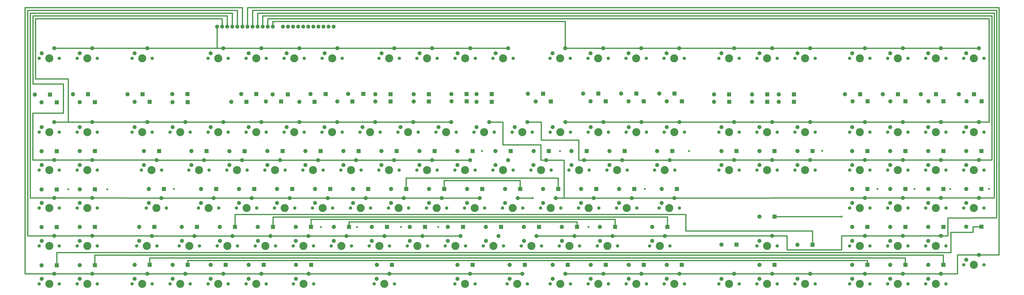
<source format=gbl>
G04 MADE WITH FRITZING*
G04 WWW.FRITZING.ORG*
G04 DOUBLE SIDED*
G04 HOLES PLATED*
G04 CONTOUR ON CENTER OF CONTOUR VECTOR*
%ASAXBY*%
%FSLAX23Y23*%
%MOIN*%
%OFA0B0*%
%SFA1.0B1.0*%
%ADD10C,0.078639*%
%ADD11C,0.158908*%
%ADD12C,0.065278*%
%ADD13C,0.082000*%
%ADD14C,0.039370*%
%ADD15C,0.078000*%
%ADD16R,0.082000X0.082000*%
%ADD17C,0.024000*%
%LNCOPPER0*%
G90*
G70*
G54D10*
X7114Y3094D03*
X7364Y3193D03*
G54D11*
X7264Y2994D03*
G54D12*
X7064Y2994D03*
X7464Y2994D03*
G54D10*
X10115Y3094D03*
X10365Y3193D03*
G54D11*
X10265Y2994D03*
G54D12*
X10065Y2994D03*
X10465Y2994D03*
G54D10*
X5614Y3094D03*
X5864Y3193D03*
G54D11*
X5764Y2994D03*
G54D12*
X5564Y2994D03*
X5964Y2994D03*
G54D10*
X12554Y3094D03*
X12804Y3193D03*
G54D11*
X12704Y2994D03*
G54D12*
X12504Y2994D03*
X12904Y2994D03*
G54D10*
X10865Y3094D03*
X11115Y3193D03*
G54D11*
X11015Y2994D03*
G54D12*
X10815Y2994D03*
X11215Y2994D03*
G54D10*
X11615Y3094D03*
X11865Y3193D03*
G54D11*
X11765Y2994D03*
G54D12*
X11565Y2994D03*
X11965Y2994D03*
G54D10*
X3365Y3094D03*
X3615Y3193D03*
G54D11*
X3515Y2994D03*
G54D12*
X3315Y2994D03*
X3715Y2994D03*
G54D10*
X5803Y2344D03*
X6053Y2443D03*
G54D11*
X5953Y2244D03*
G54D12*
X5753Y2244D03*
X6152Y2244D03*
G54D10*
X9365Y3094D03*
X9615Y3193D03*
G54D11*
X9515Y2994D03*
G54D12*
X9315Y2994D03*
X9715Y2994D03*
G54D10*
X11054Y2344D03*
X11304Y2443D03*
G54D11*
X11204Y2244D03*
G54D12*
X11004Y2244D03*
X11404Y2244D03*
G54D10*
X4865Y3094D03*
X5115Y3193D03*
G54D11*
X5015Y2994D03*
G54D12*
X4815Y2994D03*
X5215Y2994D03*
G54D10*
X6553Y2344D03*
X6803Y2443D03*
G54D11*
X6703Y2244D03*
G54D12*
X6503Y2244D03*
X6902Y2244D03*
G54D10*
X8053Y2344D03*
X8303Y2443D03*
G54D11*
X8203Y2244D03*
G54D12*
X8003Y2244D03*
X8402Y2244D03*
G54D10*
X2523Y2344D03*
X2772Y2443D03*
G54D11*
X2673Y2244D03*
G54D12*
X2473Y2244D03*
X2872Y2244D03*
G54D10*
X8803Y2344D03*
X9053Y2443D03*
G54D11*
X8953Y2244D03*
G54D12*
X8753Y2244D03*
X9152Y2244D03*
G54D10*
X11243Y3844D03*
X11493Y3944D03*
G54D11*
X11393Y3744D03*
G54D12*
X11193Y3744D03*
X11593Y3744D03*
G54D10*
X12743Y3844D03*
X12993Y3944D03*
G54D11*
X12893Y3744D03*
G54D12*
X12693Y3744D03*
X13093Y3744D03*
G54D10*
X5992Y3844D03*
X6242Y3944D03*
G54D11*
X6142Y3744D03*
G54D12*
X5942Y3744D03*
X6341Y3744D03*
G54D10*
X7864Y3094D03*
X8114Y3193D03*
G54D11*
X8014Y2994D03*
G54D12*
X7814Y2994D03*
X8214Y2994D03*
G54D10*
X7492Y3844D03*
X7742Y3944D03*
G54D11*
X7642Y3744D03*
G54D12*
X7442Y3744D03*
X7841Y3744D03*
G54D10*
X8242Y3844D03*
X8492Y3944D03*
G54D11*
X8392Y3744D03*
G54D12*
X8192Y3744D03*
X8591Y3744D03*
G54D10*
X8992Y3844D03*
X9242Y3944D03*
G54D11*
X9142Y3744D03*
G54D12*
X8942Y3744D03*
X9341Y3744D03*
G54D10*
X6742Y3844D03*
X6992Y3944D03*
G54D11*
X6892Y3744D03*
G54D12*
X6692Y3744D03*
X7091Y3744D03*
G54D10*
X11993Y3844D03*
X12243Y3944D03*
G54D11*
X12143Y3744D03*
G54D12*
X11943Y3744D03*
X12343Y3744D03*
G54D10*
X2429Y3094D03*
X2679Y3193D03*
G54D11*
X2579Y2994D03*
G54D12*
X2379Y2994D03*
X2779Y2994D03*
G54D10*
X4115Y3094D03*
X4365Y3193D03*
G54D11*
X4265Y2994D03*
G54D12*
X4065Y2994D03*
X4465Y2994D03*
G54D10*
X10493Y3844D03*
X10743Y3944D03*
G54D11*
X10643Y3744D03*
G54D12*
X10443Y3744D03*
X10843Y3744D03*
G54D10*
X8614Y3094D03*
X8864Y3193D03*
G54D11*
X8764Y2994D03*
G54D12*
X8564Y2994D03*
X8964Y2994D03*
G54D10*
X9743Y3844D03*
X9993Y3944D03*
G54D11*
X9893Y3744D03*
G54D12*
X9693Y3744D03*
X10092Y3744D03*
G54D10*
X3554Y2344D03*
X3804Y2443D03*
G54D11*
X3704Y2244D03*
G54D12*
X3504Y2244D03*
X3904Y2244D03*
G54D10*
X6364Y3094D03*
X6614Y3193D03*
G54D11*
X6514Y2994D03*
G54D12*
X6314Y2994D03*
X6714Y2994D03*
G54D10*
X11804Y2344D03*
X12054Y2443D03*
G54D11*
X11954Y2244D03*
G54D12*
X11754Y2244D03*
X12154Y2244D03*
G54D10*
X9645Y844D03*
X9895Y944D03*
G54D11*
X9795Y744D03*
G54D12*
X9595Y744D03*
X9995Y744D03*
G54D10*
X4493Y844D03*
X4743Y944D03*
G54D11*
X4643Y744D03*
G54D12*
X4443Y744D03*
X4842Y744D03*
G54D10*
X9554Y2344D03*
X9804Y2443D03*
G54D11*
X9704Y2244D03*
G54D12*
X9504Y2244D03*
X9904Y2244D03*
G54D10*
X3743Y844D03*
X3993Y944D03*
G54D11*
X3893Y744D03*
G54D12*
X3693Y744D03*
X4092Y744D03*
G54D10*
X8425Y1594D03*
X8675Y1693D03*
G54D11*
X8575Y1494D03*
G54D12*
X8375Y1494D03*
X8775Y1494D03*
G54D10*
X5425Y1594D03*
X5675Y1693D03*
G54D11*
X5575Y1494D03*
G54D12*
X5375Y1494D03*
X5775Y1494D03*
G54D10*
X2993Y844D03*
X3243Y944D03*
G54D11*
X3143Y744D03*
G54D12*
X2943Y744D03*
X3342Y744D03*
G54D10*
X10493Y844D03*
X10743Y944D03*
G54D11*
X10643Y744D03*
G54D12*
X10443Y744D03*
X10843Y744D03*
G54D10*
X8615Y844D03*
X8865Y944D03*
G54D11*
X8765Y744D03*
G54D12*
X8565Y744D03*
X8965Y744D03*
G54D10*
X5428Y844D03*
X5677Y944D03*
G54D11*
X5578Y744D03*
G54D12*
X5378Y744D03*
X5777Y744D03*
G54D10*
X11993Y844D03*
X12243Y944D03*
G54D11*
X12143Y744D03*
G54D12*
X11943Y744D03*
X12343Y744D03*
G54D10*
X11243Y844D03*
X11493Y944D03*
G54D11*
X11393Y744D03*
G54D12*
X11193Y744D03*
X11593Y744D03*
G54D10*
X2243Y844D03*
X2493Y944D03*
G54D11*
X2393Y744D03*
G54D12*
X2193Y744D03*
X2592Y744D03*
G54D10*
X12743Y844D03*
X12993Y944D03*
G54D11*
X12893Y744D03*
G54D12*
X12693Y744D03*
X13093Y744D03*
G54D10*
X7022Y844D03*
X7272Y944D03*
G54D11*
X7172Y744D03*
G54D12*
X6972Y744D03*
X7371Y744D03*
G54D10*
X11427Y1594D03*
X11676Y1693D03*
G54D11*
X11576Y1494D03*
G54D12*
X11376Y1494D03*
X11776Y1494D03*
G54D10*
X4493Y3844D03*
X4743Y3944D03*
G54D11*
X4643Y3744D03*
G54D12*
X4443Y3744D03*
X4842Y3744D03*
G54D10*
X5054Y2344D03*
X5304Y2443D03*
G54D11*
X5204Y2244D03*
G54D12*
X5004Y2244D03*
X5404Y2244D03*
G54D10*
X4677Y1594D03*
X4926Y1693D03*
G54D11*
X4826Y1494D03*
G54D12*
X4626Y1494D03*
X5026Y1494D03*
G54D10*
X10304Y2344D03*
X10554Y2443D03*
G54D11*
X10454Y2244D03*
G54D12*
X10254Y2244D03*
X10654Y2244D03*
G54D10*
X7303Y2344D03*
X7553Y2443D03*
G54D11*
X7453Y2244D03*
G54D12*
X7253Y2244D03*
X7652Y2244D03*
G54D10*
X4304Y2344D03*
X4554Y2443D03*
G54D11*
X4454Y2244D03*
G54D12*
X4254Y2244D03*
X4654Y2244D03*
G54D10*
X12645Y2344D03*
X12895Y2443D03*
G54D11*
X12795Y2244D03*
G54D12*
X12595Y2244D03*
X12995Y2244D03*
G54D10*
X6925Y1594D03*
X7175Y1693D03*
G54D11*
X7075Y1494D03*
G54D12*
X6875Y1494D03*
X7275Y1494D03*
G54D10*
X7675Y1594D03*
X7925Y1693D03*
G54D11*
X7825Y1494D03*
G54D12*
X7625Y1494D03*
X8025Y1494D03*
G54D10*
X3927Y1594D03*
X4176Y1693D03*
G54D11*
X4076Y1494D03*
G54D12*
X3876Y1494D03*
X4276Y1494D03*
G54D10*
X9927Y1594D03*
X10176Y1693D03*
G54D11*
X10076Y1494D03*
G54D12*
X9876Y1494D03*
X10276Y1494D03*
G54D10*
X2334Y1594D03*
X2583Y1693D03*
G54D11*
X2484Y1494D03*
G54D12*
X2284Y1494D03*
X2683Y1494D03*
G54D10*
X10677Y1594D03*
X10926Y1693D03*
G54D11*
X10826Y1494D03*
G54D12*
X10626Y1494D03*
X11026Y1494D03*
G54D10*
X6175Y1594D03*
X6425Y1693D03*
G54D11*
X6325Y1494D03*
G54D12*
X6125Y1494D03*
X6525Y1494D03*
G54D10*
X3177Y1594D03*
X3426Y1693D03*
G54D11*
X3326Y1494D03*
G54D12*
X3126Y1494D03*
X3526Y1494D03*
G54D10*
X12459Y1594D03*
X12709Y1693D03*
G54D11*
X12609Y1494D03*
G54D12*
X12409Y1494D03*
X12809Y1494D03*
G54D10*
X9177Y1594D03*
X9426Y1693D03*
G54D11*
X9326Y1494D03*
G54D12*
X9126Y1494D03*
X9526Y1494D03*
G54D10*
X410Y3844D03*
X659Y3944D03*
G54D11*
X560Y3744D03*
G54D12*
X360Y3744D03*
X759Y3744D03*
G54D10*
X17155Y5304D03*
X17404Y5404D03*
G54D11*
X17305Y5204D03*
G54D12*
X17105Y5204D03*
X17504Y5204D03*
G54D10*
X410Y844D03*
X659Y944D03*
G54D11*
X560Y744D03*
G54D12*
X360Y744D03*
X759Y744D03*
G54D10*
X17905Y5304D03*
X18154Y5404D03*
G54D11*
X18055Y5204D03*
G54D12*
X17855Y5204D03*
X18254Y5204D03*
G54D10*
X18655Y5304D03*
X18904Y5404D03*
G54D11*
X18805Y5204D03*
G54D12*
X18605Y5204D03*
X19004Y5204D03*
G54D10*
X15324Y5304D03*
X15573Y5404D03*
G54D11*
X15473Y5204D03*
G54D12*
X15273Y5204D03*
X15673Y5204D03*
G54D10*
X16406Y5304D03*
X16655Y5404D03*
G54D11*
X16556Y5204D03*
G54D12*
X16356Y5204D03*
X16755Y5204D03*
G54D10*
X1160Y3844D03*
X1409Y3944D03*
G54D11*
X1310Y3744D03*
G54D12*
X1110Y3744D03*
X1509Y3744D03*
G54D10*
X1160Y844D03*
X1409Y944D03*
G54D11*
X1310Y744D03*
G54D12*
X1110Y744D03*
X1509Y744D03*
G54D10*
X410Y1594D03*
X659Y1694D03*
G54D11*
X560Y1494D03*
G54D12*
X360Y1494D03*
X759Y1494D03*
G54D10*
X1160Y3094D03*
X1409Y3194D03*
G54D11*
X1310Y2994D03*
G54D12*
X1110Y2994D03*
X1509Y2994D03*
G54D10*
X1160Y1594D03*
X1409Y1694D03*
G54D11*
X1310Y1494D03*
G54D12*
X1110Y1494D03*
X1509Y1494D03*
G54D10*
X410Y2344D03*
X659Y2444D03*
G54D11*
X560Y2244D03*
G54D12*
X360Y2244D03*
X759Y2244D03*
G54D10*
X410Y3094D03*
X659Y3194D03*
G54D11*
X560Y2994D03*
G54D12*
X360Y2994D03*
X759Y2994D03*
G54D10*
X1160Y2344D03*
X1409Y2444D03*
G54D11*
X1310Y2244D03*
G54D12*
X1110Y2244D03*
X1509Y2244D03*
G54D10*
X13824Y5304D03*
X14073Y5404D03*
G54D11*
X13973Y5204D03*
G54D12*
X13773Y5204D03*
X14173Y5204D03*
G54D10*
X5993Y5304D03*
X6243Y5404D03*
G54D11*
X6143Y5204D03*
G54D12*
X5943Y5204D03*
X6342Y5204D03*
G54D10*
X4493Y5304D03*
X4743Y5404D03*
G54D11*
X4643Y5204D03*
G54D12*
X4443Y5204D03*
X4842Y5204D03*
G54D10*
X14574Y5304D03*
X14823Y5404D03*
G54D11*
X14723Y5204D03*
G54D12*
X14523Y5204D03*
X14923Y5204D03*
G54D10*
X3743Y5304D03*
X3993Y5404D03*
G54D11*
X3893Y5204D03*
G54D12*
X3693Y5204D03*
X4092Y5204D03*
G54D10*
X1160Y5304D03*
X1409Y5404D03*
G54D11*
X1310Y5204D03*
G54D12*
X1110Y5204D03*
X1509Y5204D03*
G54D10*
X410Y5304D03*
X659Y5404D03*
G54D11*
X560Y5204D03*
G54D12*
X360Y5204D03*
X759Y5204D03*
G54D10*
X2243Y5304D03*
X2493Y5404D03*
G54D11*
X2393Y5204D03*
G54D12*
X2193Y5204D03*
X2592Y5204D03*
G54D10*
X5243Y5304D03*
X5493Y5404D03*
G54D11*
X5393Y5204D03*
G54D12*
X5193Y5204D03*
X5592Y5204D03*
G54D10*
X11991Y5304D03*
X12241Y5404D03*
G54D11*
X12141Y5204D03*
G54D12*
X11941Y5204D03*
X12341Y5204D03*
G54D10*
X11241Y5304D03*
X11491Y5404D03*
G54D11*
X11391Y5204D03*
G54D12*
X11191Y5204D03*
X11591Y5204D03*
G54D10*
X7867Y5304D03*
X8116Y5404D03*
G54D11*
X8016Y5204D03*
G54D12*
X7816Y5204D03*
X8216Y5204D03*
G54D10*
X12741Y5304D03*
X12991Y5404D03*
G54D11*
X12891Y5204D03*
G54D12*
X12691Y5204D03*
X13091Y5204D03*
G54D10*
X10492Y5304D03*
X10742Y5404D03*
G54D11*
X10642Y5204D03*
G54D12*
X10442Y5204D03*
X10842Y5204D03*
G54D10*
X7118Y5304D03*
X7367Y5404D03*
G54D11*
X7268Y5204D03*
G54D12*
X7068Y5204D03*
X7467Y5204D03*
G54D10*
X8618Y5304D03*
X8867Y5404D03*
G54D11*
X8768Y5204D03*
G54D12*
X8568Y5204D03*
X8967Y5204D03*
G54D10*
X9367Y5304D03*
X9616Y5404D03*
G54D11*
X9516Y5204D03*
G54D12*
X9316Y5204D03*
X9716Y5204D03*
G54D10*
X3743Y3844D03*
X3993Y3944D03*
G54D11*
X3893Y3744D03*
G54D12*
X3693Y3744D03*
X4092Y3744D03*
G54D10*
X18655Y2345D03*
X18904Y2445D03*
G54D11*
X18805Y2245D03*
G54D12*
X18605Y2245D03*
X19004Y2245D03*
G54D10*
X17155Y1595D03*
X17404Y1695D03*
G54D11*
X17305Y1495D03*
G54D12*
X17105Y1495D03*
X17504Y1495D03*
G54D10*
X17155Y3095D03*
X17404Y3195D03*
G54D11*
X17305Y2995D03*
G54D12*
X17105Y2995D03*
X17504Y2995D03*
G54D10*
X17905Y1595D03*
X18154Y1695D03*
G54D11*
X18055Y1495D03*
G54D12*
X17855Y1495D03*
X18254Y1495D03*
G54D10*
X16406Y1595D03*
X16655Y1695D03*
G54D11*
X16555Y1495D03*
G54D12*
X16355Y1495D03*
X16755Y1495D03*
G54D10*
X18655Y1221D03*
X18904Y1320D03*
G54D11*
X18805Y1121D03*
G54D12*
X18605Y1121D03*
X19004Y1121D03*
G54D10*
X17905Y2345D03*
X18154Y2445D03*
G54D11*
X18055Y2245D03*
G54D12*
X17855Y2245D03*
X18254Y2245D03*
G54D10*
X17155Y2345D03*
X17404Y2445D03*
G54D11*
X17305Y2245D03*
G54D12*
X17105Y2245D03*
X17504Y2245D03*
G54D10*
X2243Y3844D03*
X2493Y3944D03*
G54D11*
X2393Y3744D03*
G54D12*
X2193Y3744D03*
X2592Y3744D03*
G54D10*
X2993Y3844D03*
X3243Y3944D03*
G54D11*
X3143Y3744D03*
G54D12*
X2943Y3744D03*
X3342Y3744D03*
G54D10*
X16406Y2345D03*
X16655Y2445D03*
G54D11*
X16555Y2245D03*
G54D12*
X16355Y2245D03*
X16755Y2245D03*
G54D10*
X5243Y3844D03*
X5493Y3944D03*
G54D11*
X5393Y3744D03*
G54D12*
X5193Y3744D03*
X5592Y3744D03*
G54D10*
X17905Y845D03*
X18154Y945D03*
G54D11*
X18055Y745D03*
G54D12*
X17855Y745D03*
X18254Y745D03*
G54D10*
X17155Y845D03*
X17404Y945D03*
G54D11*
X17305Y745D03*
G54D12*
X17105Y745D03*
X17504Y745D03*
G54D10*
X16406Y845D03*
X16655Y945D03*
G54D11*
X16555Y745D03*
G54D12*
X16355Y745D03*
X16755Y745D03*
G54D10*
X13824Y3844D03*
X14073Y3944D03*
G54D11*
X13973Y3744D03*
G54D12*
X13773Y3744D03*
X14173Y3744D03*
G54D10*
X15324Y844D03*
X15573Y944D03*
G54D11*
X15473Y744D03*
G54D12*
X15273Y744D03*
X15673Y744D03*
G54D10*
X14574Y1595D03*
X14823Y1695D03*
G54D11*
X14723Y1495D03*
G54D12*
X14523Y1495D03*
X14923Y1495D03*
G54D10*
X13824Y844D03*
X14073Y944D03*
G54D11*
X13973Y744D03*
G54D12*
X13773Y744D03*
X14173Y744D03*
G54D10*
X14574Y3095D03*
X14823Y3195D03*
G54D11*
X14723Y2995D03*
G54D12*
X14523Y2995D03*
X14923Y2995D03*
G54D10*
X13824Y3095D03*
X14073Y3195D03*
G54D11*
X13973Y2995D03*
G54D12*
X13773Y2995D03*
X14173Y2995D03*
G54D10*
X15324Y3844D03*
X15573Y3944D03*
G54D11*
X15473Y3744D03*
G54D12*
X15273Y3744D03*
X15673Y3744D03*
G54D10*
X15324Y3095D03*
X15573Y3195D03*
G54D11*
X15473Y2995D03*
G54D12*
X15273Y2995D03*
X15673Y2995D03*
G54D10*
X14574Y3844D03*
X14823Y3944D03*
G54D11*
X14723Y3744D03*
G54D12*
X14523Y3744D03*
X14923Y3744D03*
G54D10*
X17905Y3095D03*
X18154Y3195D03*
G54D11*
X18055Y2995D03*
G54D12*
X17855Y2995D03*
X18254Y2995D03*
G54D10*
X18655Y3095D03*
X18904Y3195D03*
G54D11*
X18805Y2995D03*
G54D12*
X18605Y2995D03*
X19004Y2995D03*
G54D10*
X16406Y3095D03*
X16655Y3195D03*
G54D11*
X16555Y2995D03*
G54D12*
X16355Y2995D03*
X16755Y2995D03*
G54D10*
X17905Y3845D03*
X18154Y3945D03*
G54D11*
X18055Y3745D03*
G54D12*
X17855Y3745D03*
X18254Y3745D03*
G54D10*
X14574Y844D03*
X14823Y944D03*
G54D11*
X14723Y744D03*
G54D12*
X14523Y744D03*
X14923Y744D03*
G54D10*
X16406Y3845D03*
X16655Y3945D03*
G54D11*
X16555Y3745D03*
G54D12*
X16355Y3745D03*
X16755Y3745D03*
G54D10*
X18655Y3845D03*
X18904Y3945D03*
G54D11*
X18805Y3745D03*
G54D12*
X18605Y3745D03*
X19004Y3745D03*
G54D10*
X17155Y3845D03*
X17404Y3945D03*
G54D11*
X17305Y3745D03*
G54D12*
X17105Y3745D03*
X17504Y3745D03*
G54D13*
X4602Y2621D03*
X4304Y2621D03*
X5352Y2621D03*
X5054Y2621D03*
X6102Y2621D03*
X5804Y2621D03*
X6852Y2621D03*
X6554Y2621D03*
X7602Y2621D03*
X7304Y2621D03*
X6663Y3371D03*
X6365Y3371D03*
X3852Y2621D03*
X3554Y2621D03*
X5913Y3371D03*
X5615Y3371D03*
X2821Y2621D03*
X2523Y2621D03*
X5163Y3371D03*
X4865Y3371D03*
X3663Y3371D03*
X3365Y3371D03*
X2727Y3371D03*
X2429Y3371D03*
X4413Y3369D03*
X4115Y3369D03*
X8352Y2621D03*
X8054Y2621D03*
X10974Y1871D03*
X10676Y1871D03*
X9102Y2621D03*
X8804Y2621D03*
X10224Y1871D03*
X9926Y1871D03*
X8724Y1871D03*
X8426Y1871D03*
X7974Y1871D03*
X7676Y1871D03*
X9474Y1871D03*
X9176Y1871D03*
X11724Y1871D03*
X11426Y1871D03*
X9852Y2621D03*
X9554Y2621D03*
X12757Y1871D03*
X12459Y1871D03*
X10602Y2621D03*
X10304Y2621D03*
X12102Y2621D03*
X11804Y2621D03*
X12943Y2621D03*
X12645Y2621D03*
X11352Y2621D03*
X11054Y2621D03*
X7413Y3371D03*
X7115Y3371D03*
X4449Y4344D03*
X4151Y4344D03*
X7224Y1871D03*
X6926Y1871D03*
X3290Y4340D03*
X2992Y4340D03*
X2401Y4495D03*
X2103Y4495D03*
X15253Y4492D03*
X14955Y4492D03*
X2541Y4344D03*
X2243Y4344D03*
X3286Y4499D03*
X2988Y4499D03*
X7293Y4495D03*
X6995Y4495D03*
X5134Y4351D03*
X4836Y4351D03*
X6756Y4503D03*
X6458Y4503D03*
X5267Y4492D03*
X4969Y4492D03*
X4645Y4499D03*
X4347Y4499D03*
X6012Y4499D03*
X5714Y4499D03*
X14727Y4492D03*
X14429Y4492D03*
X11163Y3371D03*
X10865Y3371D03*
X13975Y4492D03*
X13677Y4492D03*
X10416Y3371D03*
X10118Y3371D03*
X8913Y3371D03*
X8615Y3371D03*
X8163Y3371D03*
X7865Y3371D03*
X9663Y3371D03*
X9365Y3371D03*
X11913Y3371D03*
X11615Y3371D03*
X13977Y4344D03*
X13679Y4344D03*
X14727Y4344D03*
X14429Y4344D03*
X12852Y3371D03*
X12554Y3371D03*
X15254Y4344D03*
X14956Y4344D03*
X14871Y3371D03*
X14573Y3371D03*
X14121Y3371D03*
X13823Y3371D03*
X15621Y3371D03*
X15323Y3371D03*
X6474Y1871D03*
X6176Y1871D03*
X9943Y1121D03*
X9645Y1121D03*
X8049Y4495D03*
X7751Y4495D03*
X8913Y1121D03*
X8615Y1121D03*
X5727Y1121D03*
X5429Y1121D03*
X4791Y1121D03*
X4493Y1121D03*
X7321Y1121D03*
X7023Y1121D03*
X10791Y1121D03*
X10493Y1121D03*
X15621Y1518D03*
X15323Y1518D03*
X11541Y1121D03*
X11243Y1121D03*
X14871Y1121D03*
X14573Y1121D03*
X13041Y1121D03*
X12743Y1121D03*
X12291Y1121D03*
X11993Y1121D03*
X14121Y1521D03*
X13823Y1521D03*
X4041Y1121D03*
X3743Y1121D03*
X574Y4490D03*
X276Y4490D03*
X3291Y1121D03*
X2993Y1121D03*
X1459Y4339D03*
X1161Y4339D03*
X1459Y3373D03*
X1161Y3373D03*
X707Y3368D03*
X409Y3368D03*
X707Y4335D03*
X409Y4335D03*
X1325Y4495D03*
X1027Y4495D03*
X2541Y1121D03*
X2243Y1121D03*
X1459Y1117D03*
X1161Y1117D03*
X707Y2613D03*
X409Y2613D03*
X707Y1113D03*
X409Y1113D03*
X707Y1868D03*
X409Y1868D03*
X1459Y2617D03*
X1161Y2617D03*
X1459Y1873D03*
X1161Y1873D03*
X14871Y2074D03*
X14573Y2074D03*
X17307Y4496D03*
X17009Y4496D03*
X16704Y1121D03*
X16406Y1121D03*
X16560Y4496D03*
X16262Y4496D03*
X18205Y4355D03*
X17907Y4355D03*
X17455Y4355D03*
X17157Y4355D03*
X18958Y4355D03*
X18660Y4355D03*
X18057Y4496D03*
X17759Y4496D03*
X5724Y1871D03*
X5426Y1871D03*
X18807Y4496D03*
X18509Y4496D03*
X4974Y1871D03*
X4676Y1871D03*
X3474Y1871D03*
X3176Y1871D03*
X2632Y1871D03*
X2334Y1871D03*
X4224Y1871D03*
X3926Y1871D03*
X16708Y4355D03*
X16410Y4355D03*
X17452Y1871D03*
X17154Y1871D03*
X18952Y3371D03*
X18654Y3371D03*
X18202Y1871D03*
X17904Y1871D03*
X18202Y1121D03*
X17904Y1121D03*
X17452Y1121D03*
X17154Y1121D03*
X18952Y1874D03*
X18654Y1874D03*
X16702Y1871D03*
X16404Y1871D03*
X18204Y3371D03*
X17906Y3371D03*
X17452Y3371D03*
X17154Y3371D03*
X16704Y2621D03*
X16406Y2621D03*
X16704Y3371D03*
X16406Y3371D03*
X18202Y2621D03*
X17904Y2621D03*
X17452Y2621D03*
X17154Y2621D03*
X18952Y2621D03*
X18654Y2621D03*
X8794Y4499D03*
X8496Y4499D03*
X6541Y4351D03*
X6243Y4351D03*
X7293Y4351D03*
X6995Y4351D03*
X13042Y4356D03*
X12744Y4356D03*
X8049Y4351D03*
X7751Y4351D03*
X9290Y4347D03*
X8992Y4347D03*
X10304Y4505D03*
X10006Y4505D03*
X8796Y4355D03*
X8498Y4355D03*
X5793Y4347D03*
X5495Y4347D03*
X9290Y4499D03*
X8992Y4499D03*
X11393Y4508D03*
X11095Y4508D03*
X12896Y4508D03*
X12598Y4508D03*
X12143Y4508D03*
X11845Y4508D03*
X10456Y4353D03*
X10158Y4353D03*
X12289Y4356D03*
X11991Y4356D03*
X11539Y4356D03*
X11241Y4356D03*
G54D14*
X933Y2614D03*
X1705Y2616D03*
X3022Y2621D03*
X19105Y2621D03*
X18339Y2621D03*
X17633Y2621D03*
X16900Y2621D03*
X16194Y2077D03*
X5922Y1870D03*
X6633Y1870D03*
X7500Y1871D03*
X8233Y1871D03*
X9102Y3371D03*
X10637Y3373D03*
X13183Y3371D03*
X11200Y1871D03*
X12311Y2621D03*
X15811Y3374D03*
X10100Y2443D03*
G54D15*
X3872Y5833D03*
X3972Y5833D03*
X4072Y5833D03*
X4172Y5833D03*
X4272Y5833D03*
X4372Y5833D03*
X4472Y5833D03*
X4572Y5833D03*
X4672Y5833D03*
X4772Y5833D03*
X4872Y5833D03*
X4972Y5833D03*
X5172Y5833D03*
X5272Y5833D03*
X5372Y5833D03*
X5472Y5833D03*
X5572Y5833D03*
X5672Y5833D03*
X5772Y5833D03*
X5872Y5833D03*
X5972Y5833D03*
X6072Y5833D03*
X6172Y5833D03*
G54D16*
X4603Y2621D03*
X5353Y2621D03*
X6103Y2621D03*
X6853Y2621D03*
X7603Y2621D03*
X6664Y3371D03*
X3853Y2621D03*
X5914Y3371D03*
X2822Y2621D03*
X5164Y3371D03*
X3664Y3371D03*
X2728Y3371D03*
X4414Y3369D03*
X8353Y2621D03*
X10975Y1871D03*
X9103Y2621D03*
X10225Y1871D03*
X8725Y1871D03*
X7975Y1871D03*
X9475Y1871D03*
X11725Y1871D03*
X9853Y2621D03*
X12758Y1871D03*
X10603Y2621D03*
X12103Y2621D03*
X12944Y2621D03*
X11353Y2621D03*
X7414Y3371D03*
X4450Y4344D03*
X7225Y1871D03*
X3291Y4340D03*
X2402Y4495D03*
X15254Y4492D03*
X2542Y4344D03*
X3287Y4499D03*
X7294Y4495D03*
X5135Y4351D03*
X6757Y4503D03*
X5268Y4492D03*
X4646Y4499D03*
X6013Y4499D03*
X14728Y4492D03*
X11164Y3371D03*
X13976Y4492D03*
X10417Y3371D03*
X8914Y3371D03*
X8164Y3371D03*
X9664Y3371D03*
X11914Y3371D03*
X13978Y4344D03*
X14728Y4344D03*
X12853Y3371D03*
X15255Y4344D03*
X14872Y3371D03*
X14122Y3371D03*
X15622Y3371D03*
X6475Y1871D03*
X9944Y1121D03*
X8050Y4495D03*
X8914Y1121D03*
X5728Y1121D03*
X4792Y1121D03*
X7322Y1121D03*
X10792Y1121D03*
X15622Y1518D03*
X11542Y1121D03*
X14872Y1121D03*
X13042Y1121D03*
X12292Y1121D03*
X14122Y1521D03*
X4042Y1121D03*
X575Y4490D03*
X3292Y1121D03*
X1460Y4339D03*
X1460Y3373D03*
X708Y3368D03*
X708Y4335D03*
X1326Y4495D03*
X2542Y1121D03*
X1460Y1117D03*
X708Y2613D03*
X708Y1113D03*
X708Y1868D03*
X1460Y2617D03*
X1460Y1873D03*
X14872Y2074D03*
X17308Y4496D03*
X16705Y1121D03*
X16561Y4496D03*
X18206Y4355D03*
X17456Y4355D03*
X18959Y4355D03*
X18058Y4496D03*
X5725Y1871D03*
X18808Y4496D03*
X4975Y1871D03*
X3475Y1871D03*
X2633Y1871D03*
X4225Y1871D03*
X16709Y4355D03*
X17453Y1871D03*
X18953Y3371D03*
X18203Y1871D03*
X18203Y1121D03*
X17453Y1121D03*
X18953Y1874D03*
X16703Y1871D03*
X18205Y3371D03*
X17453Y3371D03*
X16705Y2621D03*
X16705Y3371D03*
X18203Y2621D03*
X17453Y2621D03*
X18953Y2621D03*
X8795Y4499D03*
X6542Y4351D03*
X7294Y4351D03*
X13043Y4356D03*
X8050Y4351D03*
X9291Y4347D03*
X10305Y4505D03*
X8797Y4355D03*
X5794Y4347D03*
X9291Y4499D03*
X11394Y4508D03*
X12897Y4508D03*
X12144Y4508D03*
X10457Y4353D03*
X12290Y4356D03*
X11540Y4356D03*
G54D17*
X7242Y944D02*
X5707Y944D01*
D02*
X7301Y944D02*
X8835Y944D01*
D02*
X1380Y944D02*
X689Y944D01*
D02*
X1439Y944D02*
X2463Y944D01*
D02*
X2522Y944D02*
X3213Y944D01*
D02*
X3272Y944D02*
X3963Y944D01*
D02*
X4022Y944D02*
X4713Y944D01*
D02*
X4772Y944D02*
X5648Y944D01*
D02*
X8895Y944D02*
X9865Y944D01*
D02*
X1380Y5404D02*
X689Y5404D01*
D02*
X1439Y5404D02*
X2463Y5404D01*
D02*
X2522Y5404D02*
X3963Y5404D01*
D02*
X4022Y5404D02*
X4713Y5404D01*
D02*
X4772Y5404D02*
X5463Y5404D01*
D02*
X5522Y5404D02*
X6213Y5404D01*
D02*
X6272Y5404D02*
X7338Y5404D01*
D02*
X7397Y5404D02*
X8087Y5404D01*
D02*
X8146Y5404D02*
X8838Y5404D01*
D02*
X8897Y5404D02*
X9587Y5404D01*
D02*
X18875Y5404D02*
X18184Y5404D01*
D02*
X18125Y5404D02*
X17434Y5404D01*
D02*
X17375Y5404D02*
X16685Y5404D01*
D02*
X16626Y5404D02*
X15603Y5404D01*
D02*
X15544Y5404D02*
X14853Y5404D01*
D02*
X14794Y5404D02*
X14103Y5404D01*
D02*
X14044Y5404D02*
X13021Y5404D01*
D02*
X12961Y5404D02*
X12271Y5404D01*
D02*
X12211Y5404D02*
X11521Y5404D01*
D02*
X11461Y5404D02*
X10771Y5404D01*
D02*
X11463Y3944D02*
X10772Y3944D01*
D02*
X11522Y3944D02*
X12213Y3944D01*
D02*
X12272Y3944D02*
X12963Y3944D01*
D02*
X13022Y3944D02*
X14044Y3944D01*
D02*
X14103Y3944D02*
X14794Y3944D01*
D02*
X14853Y3944D02*
X15544Y3944D01*
D02*
X15603Y3944D02*
X16626Y3944D01*
D02*
X16685Y3945D02*
X17375Y3945D01*
D02*
X17434Y3945D02*
X18125Y3945D01*
D02*
X18184Y3945D02*
X18875Y3945D01*
D02*
X689Y3944D02*
X1380Y3944D01*
D02*
X1439Y3944D02*
X2463Y3944D01*
D02*
X2522Y3944D02*
X3213Y3944D01*
D02*
X3272Y3944D02*
X3963Y3944D01*
D02*
X4022Y3944D02*
X4713Y3944D01*
D02*
X4772Y3944D02*
X5463Y3944D01*
D02*
X5522Y3944D02*
X6212Y3944D01*
D02*
X6271Y3944D02*
X6962Y3944D01*
D02*
X7021Y3944D02*
X7712Y3944D01*
D02*
X7771Y3944D02*
X8462Y3944D01*
D02*
X689Y3194D02*
X1380Y3194D01*
D02*
X1439Y3194D02*
X2649Y3194D01*
D02*
X2708Y3193D02*
X3585Y3193D01*
D02*
X3645Y3193D02*
X4335Y3193D01*
D02*
X4395Y3193D02*
X5085Y3193D01*
D02*
X5145Y3193D02*
X5834Y3193D01*
D02*
X5893Y3193D02*
X6584Y3193D01*
D02*
X6643Y3193D02*
X7334Y3193D01*
D02*
X7393Y3193D02*
X8084Y3193D01*
D02*
X18875Y3195D02*
X18184Y3195D01*
D02*
X18125Y3195D02*
X17434Y3195D01*
D02*
X17375Y3195D02*
X16685Y3195D01*
D02*
X16626Y3195D02*
X15603Y3195D01*
D02*
X15544Y3195D02*
X14853Y3195D01*
D02*
X14794Y3195D02*
X14103Y3195D01*
D02*
X14044Y3195D02*
X12834Y3194D01*
D02*
X12774Y3193D02*
X11895Y3193D01*
D02*
X11835Y3193D02*
X11145Y3193D01*
D02*
X8143Y3193D02*
X8834Y3193D01*
D02*
X689Y2444D02*
X1380Y2444D01*
D02*
X1439Y2444D02*
X2743Y2443D01*
D02*
X2802Y2443D02*
X3774Y2443D01*
D02*
X3833Y2443D02*
X4524Y2443D01*
D02*
X4583Y2443D02*
X5274Y2443D01*
D02*
X5333Y2443D02*
X6023Y2443D01*
D02*
X6082Y2443D02*
X6773Y2443D01*
D02*
X6832Y2443D02*
X7523Y2443D01*
D02*
X7582Y2443D02*
X8273Y2443D01*
D02*
X8332Y2443D02*
X9023Y2443D01*
D02*
X689Y1694D02*
X1380Y1694D01*
D02*
X1439Y1694D02*
X2554Y1694D01*
D02*
X2613Y1693D02*
X3397Y1693D01*
D02*
X3456Y1693D02*
X4147Y1693D01*
D02*
X4206Y1693D02*
X4897Y1693D01*
D02*
X4956Y1693D02*
X5645Y1693D01*
D02*
X5705Y1693D02*
X6395Y1693D01*
D02*
X6455Y1693D02*
X7145Y1693D01*
D02*
X7205Y1693D02*
X7895Y1693D01*
D02*
X7955Y1693D02*
X8645Y1693D01*
D02*
X18875Y2445D02*
X18184Y2445D01*
D02*
X18125Y2445D02*
X17434Y2445D01*
D02*
X17375Y2445D02*
X16685Y2445D01*
D02*
X16626Y2444D02*
X12925Y2443D01*
D02*
X12865Y2443D02*
X12084Y2443D01*
D02*
X12024Y2443D02*
X11334Y2443D01*
D02*
X11274Y2443D02*
X10584Y2443D01*
D02*
X10719Y3193D02*
X10395Y3193D01*
D02*
X10719Y2443D02*
X10719Y3193D01*
D02*
X10584Y2443D02*
X10719Y2443D01*
D02*
X17434Y1695D02*
X18125Y1695D01*
D02*
X17375Y1695D02*
X16685Y1695D01*
D02*
X15117Y1418D02*
X15117Y1694D01*
D02*
X16196Y1418D02*
X15117Y1418D01*
D02*
X16626Y1695D02*
X16196Y1695D01*
D02*
X16196Y1695D02*
X16196Y1418D01*
D02*
X15117Y1694D02*
X14853Y1695D01*
D02*
X14794Y1695D02*
X12739Y1694D01*
D02*
X12679Y1693D02*
X11706Y1693D01*
D02*
X11647Y1693D02*
X10956Y1693D01*
D02*
X10897Y1693D02*
X10206Y1693D01*
D02*
X18481Y1320D02*
X18875Y1320D01*
D02*
X18481Y945D02*
X18481Y1320D01*
D02*
X18184Y945D02*
X18481Y945D01*
D02*
X18125Y945D02*
X17434Y945D01*
D02*
X17375Y945D02*
X16685Y945D01*
D02*
X16626Y944D02*
X15603Y944D01*
D02*
X15544Y944D02*
X14853Y944D01*
D02*
X14794Y944D02*
X14103Y944D01*
D02*
X14044Y944D02*
X13022Y944D01*
D02*
X12963Y944D02*
X12272Y944D01*
D02*
X12213Y944D02*
X11522Y944D01*
D02*
X11463Y944D02*
X10772Y944D01*
D02*
X16175Y2077D02*
X14903Y2074D01*
D02*
X10081Y2443D02*
X9833Y2443D01*
D02*
X10267Y3944D02*
X10267Y3588D01*
D02*
X10267Y3588D02*
X11007Y3588D01*
D02*
X11007Y3193D02*
X11085Y3193D01*
D02*
X11007Y3588D02*
X11007Y3193D01*
D02*
X10022Y3944D02*
X10267Y3944D01*
D02*
X9511Y3494D02*
X9511Y3944D01*
D02*
X10261Y3193D02*
X10261Y3494D01*
D02*
X9511Y3944D02*
X9271Y3944D01*
D02*
X10261Y3494D02*
X9511Y3494D01*
D02*
X10335Y3193D02*
X10261Y3193D01*
D02*
X18350Y1766D02*
X18789Y1766D01*
D02*
X18350Y1366D02*
X18350Y1766D01*
D02*
X18789Y1766D02*
X18789Y1874D01*
D02*
X707Y1145D02*
X707Y1366D01*
D02*
X707Y1366D02*
X18350Y1366D01*
D02*
X18789Y1874D02*
X18920Y1874D01*
D02*
X1459Y1316D02*
X1459Y1149D01*
D02*
X18202Y1316D02*
X1459Y1316D01*
D02*
X18202Y1154D02*
X18202Y1316D01*
D02*
X2541Y1260D02*
X2541Y1154D01*
D02*
X17452Y1260D02*
X2541Y1260D01*
D02*
X17452Y1154D02*
X17452Y1260D01*
D02*
X3291Y1210D02*
X3291Y1154D01*
D02*
X16704Y1154D02*
X16704Y1210D01*
D02*
X16704Y1210D02*
X3291Y1210D01*
D02*
X13122Y1792D02*
X13122Y2118D01*
D02*
X13122Y2118D02*
X4224Y2118D01*
D02*
X4224Y2118D02*
X4224Y1904D01*
D02*
X15621Y1792D02*
X13122Y1792D01*
D02*
X15621Y1550D02*
X15621Y1792D01*
D02*
X4974Y2070D02*
X4974Y1904D01*
D02*
X12757Y2070D02*
X4974Y2070D01*
D02*
X12757Y1904D02*
X12757Y2070D01*
D02*
X11724Y2021D02*
X11724Y1904D01*
D02*
X5724Y1904D02*
X5724Y2021D01*
D02*
X5724Y2021D02*
X11724Y2021D01*
D02*
X6474Y1973D02*
X10974Y1973D01*
D02*
X10974Y1973D02*
X10974Y1904D01*
D02*
X6474Y1904D02*
X6474Y1973D01*
D02*
X10602Y2840D02*
X10602Y2654D01*
D02*
X7602Y2654D02*
X7602Y2840D01*
D02*
X7602Y2840D02*
X10602Y2840D01*
D02*
X9852Y2788D02*
X9852Y2654D01*
D02*
X8352Y2788D02*
X9852Y2788D01*
D02*
X8352Y2654D02*
X8352Y2788D01*
D02*
X4172Y6099D02*
X185Y6099D01*
D02*
X185Y6099D02*
X185Y2444D01*
D02*
X4172Y5863D02*
X4172Y6099D01*
D02*
X185Y2444D02*
X630Y2444D01*
D02*
X133Y6155D02*
X133Y1694D01*
D02*
X133Y1694D02*
X630Y1694D01*
D02*
X4272Y6155D02*
X133Y6155D01*
D02*
X4272Y5863D02*
X4272Y6155D01*
D02*
X81Y6210D02*
X81Y944D01*
D02*
X81Y944D02*
X630Y944D01*
D02*
X4372Y6210D02*
X81Y6210D01*
D02*
X4372Y5863D02*
X4372Y6210D01*
D02*
X837Y4699D02*
X837Y4121D01*
D02*
X239Y4699D02*
X837Y4699D01*
D02*
X4072Y6044D02*
X239Y6044D01*
D02*
X239Y6044D02*
X239Y4699D01*
D02*
X837Y4121D02*
X233Y4121D01*
D02*
X233Y3194D02*
X630Y3194D01*
D02*
X4072Y5863D02*
X4072Y6044D01*
D02*
X233Y4121D02*
X233Y3194D01*
D02*
X289Y4799D02*
X933Y4799D01*
D02*
X289Y5988D02*
X289Y4799D01*
D02*
X933Y4799D02*
X933Y3944D01*
D02*
X3972Y5988D02*
X289Y5988D01*
D02*
X933Y3944D02*
X689Y3944D01*
D02*
X3972Y5863D02*
X3972Y5988D01*
D02*
X3963Y5404D02*
X3872Y5404D01*
D02*
X3872Y5404D02*
X3872Y5802D01*
D02*
X19302Y1320D02*
X18934Y1320D01*
D02*
X19302Y6210D02*
X19302Y1320D01*
D02*
X4472Y6210D02*
X19302Y6210D01*
D02*
X4472Y5863D02*
X4472Y6210D01*
D02*
X19255Y2053D02*
X18292Y2049D01*
D02*
X18292Y2049D02*
X18292Y1695D01*
D02*
X18292Y1695D02*
X18184Y1695D01*
D02*
X4572Y5863D02*
X4572Y6155D01*
D02*
X19255Y6155D02*
X19255Y2053D01*
D02*
X4572Y6155D02*
X19255Y6155D01*
D02*
X19207Y2445D02*
X18934Y2445D01*
D02*
X19207Y6099D02*
X19207Y2445D01*
D02*
X4672Y5863D02*
X4672Y6099D01*
D02*
X4672Y6099D02*
X19207Y6099D01*
D02*
X19160Y3195D02*
X19160Y6044D01*
D02*
X19160Y6044D02*
X4772Y6044D01*
D02*
X4772Y6044D02*
X4772Y5863D01*
D02*
X18934Y3195D02*
X19160Y3195D01*
D02*
X19104Y3945D02*
X19104Y5988D01*
D02*
X19104Y5988D02*
X4872Y5988D01*
D02*
X4872Y5988D02*
X4872Y5863D01*
D02*
X18934Y3945D02*
X19104Y3945D01*
D02*
X4972Y5937D02*
X4972Y5863D01*
D02*
X10742Y5937D02*
X4972Y5937D01*
D02*
X10742Y5433D02*
X10742Y5937D01*
G04 End of Copper0*
M02*
</source>
